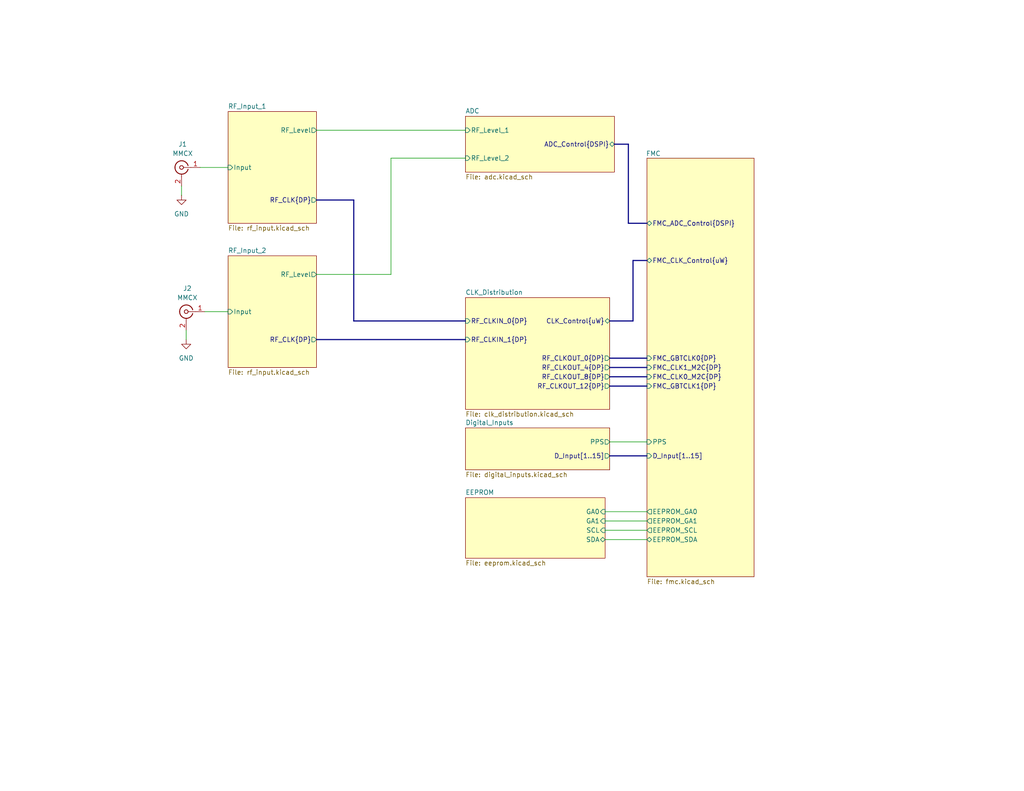
<source format=kicad_sch>
(kicad_sch (version 20250114) (generator "eeschema") (generator_version "9.0")
  (paper "USLetter")
  (title_block (title "RF Input FMC Board") (date "2025-10-16") (rev "0.2") (company "SPDX-FileCopyrightText: 2025 Osprey DCS") (comment 1 "SPDX-License-Identifier: CERN-OHL-S-2.0+"))
  (lib_symbols
    (symbol "Connector:Conn_Coaxial" (pin_names (offset 1.016) (hide yes))
      (property "Reference" "J" (at 0.254 3.048 0))
      (property "Value" "Conn_Coaxial" (at 2.921 0 90))
      (symbol "Conn_Coaxial_0_1"
        (polyline (pts (xy -2.54 0) (xy -0.508 0)))
        (arc (start 1.778 0) (mid 0.222 -1.8079) (end -1.778 -0.508) (stroke (width 0.254)))
        (arc (start -1.778 0.508) (mid 0.2221 1.8084) (end 1.778 0) (stroke (width 0.254)))
        (circle (center 0 0) (radius 0.508) (stroke (width 0.2032)))
        (polyline (pts (xy 0 -2.54) (xy 0 -1.778)))
      )
      (symbol "Conn_Coaxial_1_1"
        (pin passive line (at -5.08 0 0) (length 2.54) (name "In") (number "1"))
        (pin passive line (at 0 -5.08 90) (length 2.54) (name "Ext") (number "2"))
      )
    )
    (symbol "power:GND" (power) (pin_numbers (hide yes)) (pin_names (offset 0) (hide yes))
      (property "Value" "GND" (at 0 -3.81 0))
      (symbol "GND_0_1"
        (polyline (pts (xy 0 0) (xy 0 -1.27) (xy 1.27 -1.27) (xy 0 -2.54) (xy -1.27 -1.27) (xy 0 -1.27)))
      )
      (symbol "GND_1_1"
        (pin power_in line (at 0 0 270) (length 0) (name "~") (number "1"))
      )
    )
  )
  (wire (pts (xy 50.8 90.17) (xy 50.8 92.71)))
  (wire (pts (xy 54.61 45.72) (xy 62.23 45.72)))
  (wire (pts (xy 165.1 142.24) (xy 176.53 142.24)))
  (wire (pts (xy 106.68 43.18) (xy 106.68 74.93)))
  (wire (pts (xy 166.37 120.65) (xy 176.53 120.65)))
  (bus (pts (xy 96.52 87.63) (xy 127 87.63)))
  (bus (pts (xy 166.37 87.63) (xy 172.72 87.63)))
  (wire (pts (xy 55.88 85.09) (xy 62.23 85.09)))
  (bus (pts (xy 166.37 102.87) (xy 176.53 102.87)))
  (wire (pts (xy 49.53 50.8) (xy 49.53 53.34)))
  (wire (pts (xy 86.36 35.56) (xy 127 35.56)))
  (bus (pts (xy 171.45 39.37) (xy 171.45 60.96)))
  (bus (pts (xy 96.52 54.61) (xy 96.52 87.63)))
  (bus (pts (xy 167.64 39.37) (xy 171.45 39.37)))
  (wire (pts (xy 127 43.18) (xy 106.68 43.18)))
  (bus (pts (xy 166.37 124.46) (xy 176.53 124.46)))
  (bus (pts (xy 166.37 100.33) (xy 176.53 100.33)))
  (bus (pts (xy 172.72 87.63) (xy 172.72 71.12)))
  (bus (pts (xy 171.45 60.96) (xy 176.53 60.96)))
  (bus (pts (xy 86.36 92.71) (xy 127 92.71)))
  (wire (pts (xy 165.1 144.78) (xy 176.53 144.78)))
  (bus (pts (xy 172.72 71.12) (xy 176.53 71.12)))
  (bus (pts (xy 166.37 97.79) (xy 176.53 97.79)))
  (wire (pts (xy 165.1 147.32) (xy 176.53 147.32)))
  (bus (pts (xy 166.37 105.41) (xy 176.53 105.41)))
  (bus (pts (xy 86.36 54.61) (xy 96.52 54.61)))
  (wire (pts (xy 106.68 74.93) (xy 86.36 74.93)))
  (wire (pts (xy 165.1 139.7) (xy 176.53 139.7)))
  (symbol (lib_id "power:GND") (at 49.53 53.34 0) (unit 1)
    (property "Reference" "#PWR058" (effects (hide yes)))
    (property "Value" "GND" (at 49.53 58.42 0))
    (property "Description" "Power symbol creates a global label with name \"GND\" , ground" (effects (hide yes)))
  )
  (symbol (lib_id "Connector:Conn_Coaxial") (at 50.8 85.09 0) (mirror y) (unit 1)
    (property "Reference" "J2" (at 51.1174 78.74 0))
    (property "Value" "MMCX" (at 51.1174 81.28 0))
    (property "Footprint" "Connector_Coaxial:MMCX_Molex_73415-1471_Vertical" (effects (hide yes)))
    (property "Datasheet" "https://mm.digikey.com/Volume0/opasdata/d220001/medias/docus/6129/mmcx-j-p-x-st-th1-mkt.pdf" (effects (hide yes)))
    (property "Description" "CONN MMCX JACK STR 50 OHM PCB" (effects (hide yes)))
    (property "MPN" "MMCX-J-P-H-ST-TH1" (effects (hide yes)))
    (property "Manufacturer" "Samtec Inc." (effects (hide yes)))
    (property "Supplier" "Digikey" (effects (hide yes)))
    (property "Supplier Part Number" "SAM10617-ND" (effects (hide yes)))
  )
  (symbol (lib_id "power:GND") (at 50.8 92.71 0) (unit 1)
    (property "Reference" "#PWR01" (effects (hide yes)))
    (property "Value" "GND" (at 50.8 97.79 0))
    (property "Description" "Power symbol creates a global label with name \"GND\" , ground" (effects (hide yes)))
  )
  (symbol (lib_id "Connector:Conn_Coaxial") (at 49.53 45.72 0) (mirror y) (unit 1)
    (property "Reference" "J1" (at 49.8474 39.37 0))
    (property "Value" "MMCX" (at 49.8474 41.91 0))
    (property "Footprint" "Connector_Coaxial:MMCX_Molex_73415-1471_Vertical" (effects (hide yes)))
    (property "Datasheet" "https://mm.digikey.com/Volume0/opasdata/d220001/medias/docus/6129/mmcx-j-p-x-st-th1-mkt.pdf" (effects (hide yes)))
    (property "Description" "CONN MMCX JACK STR 50 OHM PCB" (effects (hide yes)))
    (property "MPN" "MMCX-J-P-H-ST-TH1" (effects (hide yes)))
    (property "Manufacturer" "Samtec Inc." (effects (hide yes)))
    (property "Supplier" "Digikey" (effects (hide yes)))
    (property "Supplier Part Number" "SAM10617-ND" (effects (hide yes)))
  )
  (sheet (at 62.23 69.85) (size 24.13 30.48) (stroke (width 0.1524)) (fill (color 255 255 194 1.0000))
    (property "Sheetname" "RF_Input_2" (at 62.23 69.1384 0) (effects (justify left bottom)))
    (property "Sheetfile" "rf_input.kicad_sch" (at 62.23 100.9146 0) (effects (justify left top)))
    (pin "RF_Level" output (at 86.36 74.93 0))
    (pin "RF_CLK{DP}" output (at 86.36 92.71 0))
    (pin "Input" input (at 62.23 85.09 180))
  )
  (sheet (at 127 116.84) (size 39.37 11.43) (stroke (width 0.1524)) (fill (color 255 255 194 1.0000))
    (property "Sheetname" "Digital_Inputs" (at 127 116.1284 0) (effects (justify left bottom)))
    (property "Sheetfile" "digital_inputs.kicad_sch" (at 127 128.8546 0) (effects (justify left top)))
    (pin "D_Input[1..15]" output (at 166.37 124.46 0))
    (pin "PPS" output (at 166.37 120.65 0))
  )
  (sheet (at 62.23 30.48) (size 24.13 30.48) (stroke (width 0.1524)) (fill (color 255 255 194 1.0000))
    (property "Sheetname" "RF_Input_1" (at 62.23 29.7684 0) (effects (justify left bottom)))
    (property "Sheetfile" "rf_input.kicad_sch" (at 62.23 61.5446 0) (effects (justify left top)))
    (pin "RF_Level" output (at 86.36 35.56 0))
    (pin "RF_CLK{DP}" output (at 86.36 54.61 0))
    (pin "Input" input (at 62.23 45.72 180))
  )
  (sheet (at 176.53 43.18) (size 29.21 114.3) (stroke (width 0.1524)) (fill (color 255 255 194 1.0000))
    (property "Sheetname" "FMC" (at 176.276 42.672 0) (effects (justify left bottom)))
    (property "Sheetfile" "fmc.kicad_sch" (at 176.53 158.0646 0) (effects (justify left top)))
    (pin "EEPROM_GA0" output (at 176.53 139.7 180))
    (pin "EEPROM_GA1" output (at 176.53 142.24 180))
    (pin "EEPROM_SCL" output (at 176.53 144.78 180))
    (pin "EEPROM_SDA" bidirectional (at 176.53 147.32 180))
    (pin "D_Input[1..15]" input (at 176.53 124.46 180))
    (pin "FMC_CLK0_M2C{DP}" input (at 176.53 102.87 180))
    (pin "FMC_CLK1_M2C{DP}" input (at 176.53 100.33 180))
    (pin "FMC_CLK_Control{uW}" bidirectional (at 176.53 71.12 180))
    (pin "FMC_GBTCLK0{DP}" input (at 176.53 97.79 180))
    (pin "FMC_GBTCLK1{DP}" input (at 176.53 105.41 180))
    (pin "PPS" input (at 176.53 120.65 180))
    (pin "FMC_ADC_Control{DSPI}" bidirectional (at 176.53 60.96 180))
  )
  (sheet (at 127 135.89) (size 38.1 16.51) (stroke (width 0.1524)) (fill (color 255 255 194 1.0000))
    (property "Sheetname" "EEPROM" (at 127 135.1784 0) (effects (justify left bottom)))
    (property "Sheetfile" "eeprom.kicad_sch" (at 127 152.9846 0) (effects (justify left top)))
    (pin "GA0" input (at 165.1 139.7 0))
    (pin "GA1" input (at 165.1 142.24 0))
    (pin "SCL" input (at 165.1 144.78 0))
    (pin "SDA" bidirectional (at 165.1 147.32 0))
  )
  (sheet (at 127 31.75) (size 40.64 15.24) (stroke (width 0.1524)) (fill (color 255 255 194 1.0000))
    (property "Sheetname" "ADC" (at 127 31.0384 0) (effects (justify left bottom)))
    (property "Sheetfile" "adc.kicad_sch" (at 127 47.5746 0) (effects (justify left top)))
    (pin "RF_Level_1" input (at 127 35.56 180))
    (pin "RF_Level_2" input (at 127 43.18 180))
    (pin "ADC_Control{DSPI}" bidirectional (at 167.64 39.37 0))
  )
  (sheet (at 127 81.28) (size 39.37 30.48) (stroke (width 0.1524)) (fill (color 255 255 194 1.0000))
    (property "Sheetname" "CLK_Distribution" (at 127 80.5684 0) (effects (justify left bottom)))
    (property "Sheetfile" "clk_distribution.kicad_sch" (at 127 112.3446 0) (effects (justify left top)))
    (pin "RF_CLKIN_0{DP}" input (at 127 87.63 180))
    (pin "RF_CLKIN_1{DP}" input (at 127 92.71 180))
    (pin "RF_CLKOUT_0{DP}" output (at 166.37 97.79 0))
    (pin "RF_CLKOUT_4{DP}" output (at 166.37 100.33 0))
    (pin "RF_CLKOUT_8{DP}" output (at 166.37 102.87 0))
    (pin "RF_CLKOUT_12{DP}" output (at 166.37 105.41 0))
    (pin "CLK_Control{uW}" bidirectional (at 166.37 87.63 0))
  )
)
</source>
